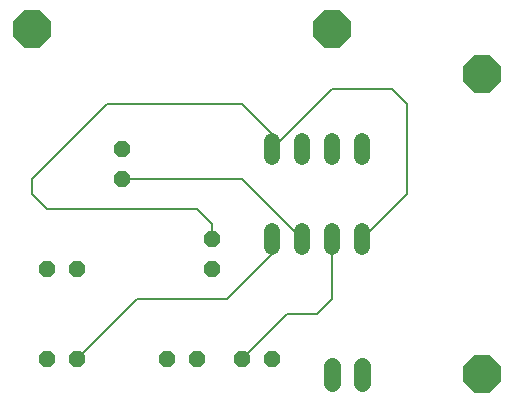
<source format=gbr>
G04 EAGLE Gerber RS-274X export*
G75*
%MOMM*%
%FSLAX34Y34*%
%LPD*%
%INBottom Copper*%
%IPPOS*%
%AMOC8*
5,1,8,0,0,1.08239X$1,22.5*%
G01*
%ADD10P,3.409096X8X22.500000*%
%ADD11P,3.409096X8X112.500000*%
%ADD12C,1.320800*%
%ADD13P,1.429621X8X22.500000*%
%ADD14P,1.429621X8X112.500000*%
%ADD15C,1.422400*%
%ADD16C,0.152400*%


D10*
X38100Y342900D03*
X292100Y342900D03*
D11*
X419100Y50800D03*
X419100Y304800D03*
D12*
X241300Y171704D02*
X241300Y158496D01*
X266700Y158496D02*
X266700Y171704D01*
X266700Y234696D02*
X266700Y247904D01*
X241300Y247904D02*
X241300Y234696D01*
X292100Y171704D02*
X292100Y158496D01*
X317500Y158496D02*
X317500Y171704D01*
X292100Y234696D02*
X292100Y247904D01*
X317500Y247904D02*
X317500Y234696D01*
D13*
X50800Y139700D03*
X76200Y139700D03*
X50800Y63500D03*
X76200Y63500D03*
D14*
X114300Y215900D03*
X114300Y241300D03*
X190500Y139700D03*
X190500Y165100D03*
D13*
X215900Y63500D03*
X241300Y63500D03*
X152400Y63500D03*
X177800Y63500D03*
D15*
X292100Y57912D02*
X292100Y43688D01*
X317500Y43688D02*
X317500Y57912D01*
D16*
X254000Y101600D02*
X215900Y63500D01*
X254000Y101600D02*
X279400Y101600D01*
X292100Y114300D01*
X292100Y165100D01*
X127000Y114300D02*
X76200Y63500D01*
X127000Y114300D02*
X203200Y114300D01*
X241300Y152400D01*
X241300Y165100D01*
X317500Y165100D02*
X355600Y203200D01*
X355600Y279400D01*
X342900Y292100D01*
X292100Y292100D01*
X241300Y241300D01*
X190500Y177800D02*
X190500Y165100D01*
X190500Y177800D02*
X177800Y190500D01*
X50800Y190500D01*
X38100Y203200D01*
X38100Y215900D01*
X101600Y279400D02*
X215900Y279400D01*
X241300Y254000D01*
X241300Y241300D01*
X101600Y279400D02*
X38100Y215900D01*
X215900Y215900D02*
X266700Y165100D01*
X215900Y215900D02*
X114300Y215900D01*
M02*

</source>
